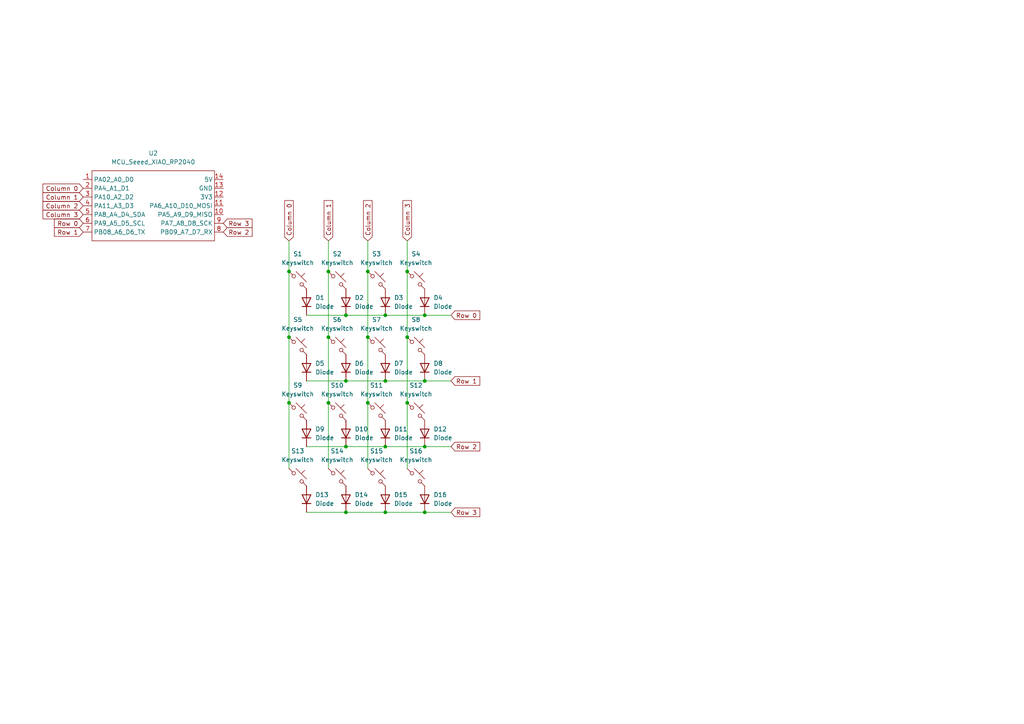
<source format=kicad_sch>
(kicad_sch (version 20231120) (generator "eeschema") (generator_version "8.0")
  (paper "A4")
  (lib_symbols
    (symbol "ScottoKeebs:MCU_Seeed_XIAO_RP2040"
      (property "Reference" "U" (at -16.51 11.43 0))
      (property "Value" "MCU_Seeed_XIAO_RP2040" (at -3.81 -11.43 0))
      (symbol "MCU_Seeed_XIAO_RP2040_0_1"
        (rectangle (start -16.51 10.16) (end 19.05 -10.16))
      )
      (symbol "MCU_Seeed_XIAO_RP2040_1_1"
        (pin passive line (at -19.05 7.62 0) (length 2.54) (name "PA02_A0_D0") (number "1"))
        (pin passive line (at 21.59 -2.54 180) (length 2.54) (name "PA5_A9_D9_MISO") (number "10"))
        (pin passive line (at 21.59 0 180) (length 2.54) (name "PA6_A10_D10_MOSI") (number "11"))
        (pin passive line (at 21.59 2.54 180) (length 2.54) (name "3V3") (number "12"))
        (pin passive line (at 21.59 5.08 180) (length 2.54) (name "GND") (number "13"))
        (pin passive line (at 21.59 7.62 180) (length 2.54) (name "5V") (number "14"))
        (pin passive line (at -19.05 5.08 0) (length 2.54) (name "PA4_A1_D1") (number "2"))
        (pin passive line (at -19.05 2.54 0) (length 2.54) (name "PA10_A2_D2") (number "3"))
        (pin passive line (at -19.05 0 0) (length 2.54) (name "PA11_A3_D3") (number "4"))
        (pin passive line (at -19.05 -2.54 0) (length 2.54) (name "PA8_A4_D4_SDA") (number "5"))
        (pin passive line (at -19.05 -5.08 0) (length 2.54) (name "PA9_A5_D5_SCL") (number "6"))
        (pin passive line (at -19.05 -7.62 0) (length 2.54) (name "PB08_A6_D6_TX") (number "7"))
        (pin passive line (at 21.59 -7.62 180) (length 2.54) (name "PB09_A7_D7_RX") (number "8"))
        (pin passive line (at 21.59 -5.08 180) (length 2.54) (name "PA7_A8_D8_SCK") (number "9"))
      )
    )
    (symbol "ScottoKeebs:Placeholder_Diode" (pin_numbers hide) (pin_names hide)
      (property "Reference" "D" (at 0 2.54 0))
      (property "Value" "Diode" (at 0 -2.54 0))
      (symbol "Placeholder_Diode_0_1"
        (polyline (pts (xy -1.27 1.27) (xy -1.27 -1.27)) (stroke (width 0.254)))
        (polyline (pts (xy 1.27 0) (xy -1.27 0)))
        (polyline (pts (xy 1.27 1.27) (xy 1.27 -1.27) (xy -1.27 0) (xy 1.27 1.27)) (stroke (width 0.254)))
      )
      (symbol "Placeholder_Diode_1_1"
        (pin passive line (at -3.81 0 0) (length 2.54) (name "K") (number "1"))
        (pin passive line (at 3.81 0 180) (length 2.54) (name "A") (number "2"))
      )
    )
    (symbol "ScottoKeebs:Placeholder_Keyswitch" (pin_numbers hide) (pin_names (offset 1.016) hide)
      (property "Reference" "S" (at 3.048 1.016 0))
      (property "Value" "Keyswitch" (at 0 -3.81 0))
      (symbol "Placeholder_Keyswitch_0_1"
        (circle (center -1.1684 1.1684) (radius 0.508))
        (polyline (pts (xy -0.508 2.54) (xy 2.54 -0.508)))
        (polyline (pts (xy 1.016 1.016) (xy 2.032 2.032)))
        (polyline (pts (xy -2.54 2.54) (xy -1.524 1.524) (xy -1.524 1.524)))
        (polyline (pts (xy 1.524 -1.524) (xy 2.54 -2.54) (xy 2.54 -2.54) (xy 2.54 -2.54)))
        (circle (center 1.143 -1.1938) (radius 0.508))
        (pin passive line (at -2.54 2.54 0) (length 0) (name "1") (number "1"))
        (pin passive line (at 2.54 -2.54 180) (length 0) (name "2") (number "2"))
      )
    )
  )
  (junction (at 83.82 116.84))
  (junction (at 83.82 97.79))
  (junction (at 111.76 91.44))
  (junction (at 123.19 148.59))
  (junction (at 100.33 91.44))
  (junction (at 95.25 97.79))
  (junction (at 100.33 148.59))
  (junction (at 111.76 148.59))
  (junction (at 123.19 110.49))
  (junction (at 100.33 129.54))
  (junction (at 106.68 97.79))
  (junction (at 95.25 116.84))
  (junction (at 118.11 78.74))
  (junction (at 123.19 129.54))
  (junction (at 106.68 116.84))
  (junction (at 100.33 110.49))
  (junction (at 111.76 129.54))
  (junction (at 118.11 116.84))
  (junction (at 95.25 78.74))
  (junction (at 118.11 97.79))
  (junction (at 106.68 78.74))
  (junction (at 111.76 110.49))
  (junction (at 83.82 78.74))
  (junction (at 123.19 91.44))
  (wire (pts (xy 95.25 97.79) (xy 95.25 116.84)))
  (wire (pts (xy 83.82 116.84) (xy 83.82 135.89)))
  (wire (pts (xy 95.25 69.85) (xy 95.25 78.74)))
  (wire (pts (xy 106.68 97.79) (xy 106.68 116.84)))
  (wire (pts (xy 130.81 148.59) (xy 123.19 148.59)))
  (wire (pts (xy 88.9 91.44) (xy 100.33 91.44)))
  (wire (pts (xy 111.76 129.54) (xy 123.19 129.54)))
  (wire (pts (xy 88.9 148.59) (xy 100.33 148.59)))
  (wire (pts (xy 106.68 69.85) (xy 106.68 78.74)))
  (wire (pts (xy 118.11 78.74) (xy 118.11 97.79)))
  (wire (pts (xy 100.33 129.54) (xy 111.76 129.54)))
  (wire (pts (xy 111.76 91.44) (xy 123.19 91.44)))
  (wire (pts (xy 106.68 116.84) (xy 106.68 135.89)))
  (wire (pts (xy 118.11 116.84) (xy 118.11 135.89)))
  (wire (pts (xy 95.25 116.84) (xy 95.25 135.89)))
  (wire (pts (xy 100.33 91.44) (xy 111.76 91.44)))
  (wire (pts (xy 106.68 78.74) (xy 106.68 97.79)))
  (wire (pts (xy 118.11 97.79) (xy 118.11 116.84)))
  (wire (pts (xy 100.33 110.49) (xy 111.76 110.49)))
  (wire (pts (xy 95.25 78.74) (xy 95.25 97.79)))
  (wire (pts (xy 130.81 110.49) (xy 123.19 110.49)))
  (wire (pts (xy 130.81 129.54) (xy 123.19 129.54)))
  (wire (pts (xy 83.82 69.85) (xy 83.82 78.74)))
  (wire (pts (xy 118.11 69.85) (xy 118.11 78.74)))
  (wire (pts (xy 111.76 110.49) (xy 123.19 110.49)))
  (wire (pts (xy 88.9 110.49) (xy 100.33 110.49)))
  (wire (pts (xy 100.33 148.59) (xy 111.76 148.59)))
  (wire (pts (xy 111.76 148.59) (xy 123.19 148.59)))
  (wire (pts (xy 88.9 129.54) (xy 100.33 129.54)))
  (wire (pts (xy 123.19 91.44) (xy 130.81 91.44)))
  (wire (pts (xy 83.82 97.79) (xy 83.82 116.84)))
  (wire (pts (xy 83.82 78.74) (xy 83.82 97.79)))
  (global_label "Row 2" (shape input) (at 130.81 129.54 0) (property "Intersheetrefs" "${INTERSHEET_REFS}" (effects (hide yes))))
  (global_label "Column 2" (shape input) (at 106.68 69.85 90) (property "Intersheetrefs" "${INTERSHEET_REFS}" (effects (hide yes))))
  (global_label "Row 3" (shape input) (at 64.77 64.77 0) (property "Intersheetrefs" "${INTERSHEET_REFS}" (effects (hide yes))))
  (global_label "Column 0" (shape input) (at 83.82 69.85 90) (property "Intersheetrefs" "${INTERSHEET_REFS}" (effects (hide yes))))
  (global_label "Column 1" (shape input) (at 24.13 57.15 180) (property "Intersheetrefs" "${INTERSHEET_REFS}" (effects (hide yes))))
  (global_label "Row 0" (shape input) (at 130.81 91.44 0) (property "Intersheetrefs" "${INTERSHEET_REFS}" (effects (hide yes))))
  (global_label "Column 0" (shape input) (at 24.13 54.61 180) (property "Intersheetrefs" "${INTERSHEET_REFS}" (effects (hide yes))))
  (global_label "Column 1" (shape input) (at 95.25 69.85 90) (property "Intersheetrefs" "${INTERSHEET_REFS}" (effects (hide yes))))
  (global_label "Column 3" (shape input) (at 118.11 69.85 90) (property "Intersheetrefs" "${INTERSHEET_REFS}" (effects (hide yes))))
  (global_label "Row 1" (shape input) (at 130.81 110.49 0) (property "Intersheetrefs" "${INTERSHEET_REFS}" (effects (hide yes))))
  (global_label "Row 3" (shape input) (at 130.81 148.59 0) (property "Intersheetrefs" "${INTERSHEET_REFS}" (effects (hide yes))))
  (global_label "Row 0" (shape input) (at 24.13 64.77 180) (property "Intersheetrefs" "${INTERSHEET_REFS}" (effects (hide yes))))
  (global_label "Column 2" (shape input) (at 24.13 59.69 180) (property "Intersheetrefs" "${INTERSHEET_REFS}" (effects (hide yes))))
  (global_label "Row 1" (shape input) (at 24.13 67.31 180) (property "Intersheetrefs" "${INTERSHEET_REFS}" (effects (hide yes))))
  (global_label "Row 2" (shape input) (at 64.77 67.31 0) (property "Intersheetrefs" "${INTERSHEET_REFS}" (effects (hide yes))))
  (global_label "Column 3" (shape input) (at 24.13 62.23 180) (property "Intersheetrefs" "${INTERSHEET_REFS}" (effects (hide yes))))
  (symbol (lib_id "ScottoKeebs:Placeholder_Keyswitch") (at 120.65 119.38 0) (unit 1)
    (property "Reference" "S12" (at 120.65 111.76 0))
    (property "Value" "Keyswitch" (at 120.65 114.3 0))
    (property "Footprint" "ScottoKeebs_MX:MX_PCB_1.00u" (effects (hide yes)))
    (property "Description" "Push button switch, normally open, two pins, 45° tilted" (effects (hide yes)))
  )
  (symbol (lib_id "ScottoKeebs:Placeholder_Diode") (at 88.9 106.68 90) (unit 1)
    (property "Reference" "D5" (at 91.44 105.4099 90) (effects (justify right)))
    (property "Value" "Diode" (at 91.44 107.9499 90) (effects (justify right)))
    (property "Footprint" "ScottoKeebs_Components:Diode_DO-35" (effects (hide yes)))
    (property "Description" "1N4148 (DO-35) or 1N4148W (SOD-123)" (effects (hide yes)))
    (property "Sim.Device" "D" (effects (hide yes)))
    (property "Sim.Pins" "1=K 2=A" (effects (hide yes)))
  )
  (symbol (lib_id "ScottoKeebs:Placeholder_Keyswitch") (at 109.22 100.33 0) (unit 1)
    (property "Reference" "S7" (at 109.22 92.71 0))
    (property "Value" "Keyswitch" (at 109.22 95.25 0))
    (property "Footprint" "ScottoKeebs_MX:MX_PCB_1.00u" (effects (hide yes)))
    (property "Description" "Push button switch, normally open, two pins, 45° tilted" (effects (hide yes)))
  )
  (symbol (lib_id "ScottoKeebs:Placeholder_Diode") (at 88.9 87.63 90) (unit 1)
    (property "Reference" "D1" (at 91.44 86.3599 90) (effects (justify right)))
    (property "Value" "Diode" (at 91.44 88.8999 90) (effects (justify right)))
    (property "Footprint" "ScottoKeebs_Components:Diode_DO-35" (effects (hide yes)))
    (property "Description" "1N4148 (DO-35) or 1N4148W (SOD-123)" (effects (hide yes)))
    (property "Sim.Device" "D" (effects (hide yes)))
    (property "Sim.Pins" "1=K 2=A" (effects (hide yes)))
  )
  (symbol (lib_id "ScottoKeebs:Placeholder_Keyswitch") (at 97.79 100.33 0) (unit 1)
    (property "Reference" "S6" (at 97.79 92.71 0))
    (property "Value" "Keyswitch" (at 97.79 95.25 0))
    (property "Footprint" "ScottoKeebs_MX:MX_PCB_1.00u" (effects (hide yes)))
    (property "Description" "Push button switch, normally open, two pins, 45° tilted" (effects (hide yes)))
  )
  (symbol (lib_id "ScottoKeebs:Placeholder_Keyswitch") (at 120.65 81.28 0) (unit 1)
    (property "Reference" "S4" (at 120.65 73.66 0))
    (property "Value" "Keyswitch" (at 120.65 76.2 0))
    (property "Footprint" "ScottoKeebs_MX:MX_PCB_1.00u" (effects (hide yes)))
    (property "Description" "Push button switch, normally open, two pins, 45° tilted" (effects (hide yes)))
  )
  (symbol (lib_id "ScottoKeebs:Placeholder_Diode") (at 100.33 106.68 90) (unit 1)
    (property "Reference" "D6" (at 102.87 105.4099 90) (effects (justify right)))
    (property "Value" "Diode" (at 102.87 107.9499 90) (effects (justify right)))
    (property "Footprint" "ScottoKeebs_Components:Diode_DO-35" (effects (hide yes)))
    (property "Description" "1N4148 (DO-35) or 1N4148W (SOD-123)" (effects (hide yes)))
    (property "Sim.Device" "D" (effects (hide yes)))
    (property "Sim.Pins" "1=K 2=A" (effects (hide yes)))
  )
  (symbol (lib_id "ScottoKeebs:Placeholder_Diode") (at 111.76 106.68 90) (unit 1)
    (property "Reference" "D7" (at 114.3 105.4099 90) (effects (justify right)))
    (property "Value" "Diode" (at 114.3 107.9499 90) (effects (justify right)))
    (property "Footprint" "ScottoKeebs_Components:Diode_DO-35" (effects (hide yes)))
    (property "Description" "1N4148 (DO-35) or 1N4148W (SOD-123)" (effects (hide yes)))
    (property "Sim.Device" "D" (effects (hide yes)))
    (property "Sim.Pins" "1=K 2=A" (effects (hide yes)))
  )
  (symbol (lib_id "ScottoKeebs:Placeholder_Diode") (at 111.76 125.73 90) (unit 1)
    (property "Reference" "D11" (at 114.3 124.4599 90) (effects (justify right)))
    (property "Value" "Diode" (at 114.3 126.9999 90) (effects (justify right)))
    (property "Footprint" "ScottoKeebs_Components:Diode_DO-35" (effects (hide yes)))
    (property "Description" "1N4148 (DO-35) or 1N4148W (SOD-123)" (effects (hide yes)))
    (property "Sim.Device" "D" (effects (hide yes)))
    (property "Sim.Pins" "1=K 2=A" (effects (hide yes)))
  )
  (symbol (lib_id "ScottoKeebs:Placeholder_Keyswitch") (at 109.22 81.28 0) (unit 1)
    (property "Reference" "S3" (at 109.22 73.66 0))
    (property "Value" "Keyswitch" (at 109.22 76.2 0))
    (property "Footprint" "ScottoKeebs_MX:MX_PCB_1.00u" (effects (hide yes)))
    (property "Description" "Push button switch, normally open, two pins, 45° tilted" (effects (hide yes)))
  )
  (symbol (lib_id "ScottoKeebs:Placeholder_Diode") (at 88.9 125.73 90) (unit 1)
    (property "Reference" "D9" (at 91.44 124.4599 90) (effects (justify right)))
    (property "Value" "Diode" (at 91.44 126.9999 90) (effects (justify right)))
    (property "Footprint" "ScottoKeebs_Components:Diode_DO-35" (effects (hide yes)))
    (property "Description" "1N4148 (DO-35) or 1N4148W (SOD-123)" (effects (hide yes)))
    (property "Sim.Device" "D" (effects (hide yes)))
    (property "Sim.Pins" "1=K 2=A" (effects (hide yes)))
  )
  (symbol (lib_id "ScottoKeebs:Placeholder_Keyswitch") (at 97.79 119.38 0) (unit 1)
    (property "Reference" "S10" (at 97.79 111.76 0))
    (property "Value" "Keyswitch" (at 97.79 114.3 0))
    (property "Footprint" "ScottoKeebs_MX:MX_PCB_1.00u" (effects (hide yes)))
    (property "Description" "Push button switch, normally open, two pins, 45° tilted" (effects (hide yes)))
  )
  (symbol (lib_id "ScottoKeebs:Placeholder_Diode") (at 111.76 87.63 90) (unit 1)
    (property "Reference" "D3" (at 114.3 86.3599 90) (effects (justify right)))
    (property "Value" "Diode" (at 114.3 88.8999 90) (effects (justify right)))
    (property "Footprint" "ScottoKeebs_Components:Diode_DO-35" (effects (hide yes)))
    (property "Description" "1N4148 (DO-35) or 1N4148W (SOD-123)" (effects (hide yes)))
    (property "Sim.Device" "D" (effects (hide yes)))
    (property "Sim.Pins" "1=K 2=A" (effects (hide yes)))
  )
  (symbol (lib_id "ScottoKeebs:Placeholder_Keyswitch") (at 109.22 138.43 0) (unit 1)
    (property "Reference" "S15" (at 109.22 130.81 0))
    (property "Value" "Keyswitch" (at 109.22 133.35 0))
    (property "Footprint" "ScottoKeebs_MX:MX_PCB_1.00u" (effects (hide yes)))
    (property "Description" "Push button switch, normally open, two pins, 45° tilted" (effects (hide yes)))
  )
  (symbol (lib_id "ScottoKeebs:Placeholder_Diode") (at 100.33 87.63 90) (unit 1)
    (property "Reference" "D2" (at 102.87 86.3599 90) (effects (justify right)))
    (property "Value" "Diode" (at 102.87 88.8999 90) (effects (justify right)))
    (property "Footprint" "ScottoKeebs_Components:Diode_DO-35" (effects (hide yes)))
    (property "Description" "1N4148 (DO-35) or 1N4148W (SOD-123)" (effects (hide yes)))
    (property "Sim.Device" "D" (effects (hide yes)))
    (property "Sim.Pins" "1=K 2=A" (effects (hide yes)))
  )
  (symbol (lib_id "ScottoKeebs:MCU_Seeed_XIAO_RP2040") (at 43.18 59.69 0) (unit 1)
    (property "Reference" "U2" (at 44.45 44.45 0))
    (property "Value" "MCU_Seeed_XIAO_RP2040" (at 44.45 46.99 0))
    (property "Footprint" "ScottoKeebs_MCU:Seeed_XIAO_RP2040" (effects (hide yes)))
  )
  (symbol (lib_id "ScottoKeebs:Placeholder_Diode") (at 100.33 144.78 90) (unit 1)
    (property "Reference" "D14" (at 102.87 143.5099 90) (effects (justify right)))
    (property "Value" "Diode" (at 102.87 146.0499 90) (effects (justify right)))
    (property "Footprint" "ScottoKeebs_Components:Diode_DO-35" (effects (hide yes)))
    (property "Description" "1N4148 (DO-35) or 1N4148W (SOD-123)" (effects (hide yes)))
    (property "Sim.Device" "D" (effects (hide yes)))
    (property "Sim.Pins" "1=K 2=A" (effects (hide yes)))
  )
  (symbol (lib_id "ScottoKeebs:Placeholder_Diode") (at 123.19 87.63 90) (unit 1)
    (property "Reference" "D4" (at 125.73 86.3599 90) (effects (justify right)))
    (property "Value" "Diode" (at 125.73 88.8999 90) (effects (justify right)))
    (property "Footprint" "ScottoKeebs_Components:Diode_DO-35" (effects (hide yes)))
    (property "Description" "1N4148 (DO-35) or 1N4148W (SOD-123)" (effects (hide yes)))
    (property "Sim.Device" "D" (effects (hide yes)))
    (property "Sim.Pins" "1=K 2=A" (effects (hide yes)))
  )
  (symbol (lib_id "ScottoKeebs:Placeholder_Diode") (at 111.76 144.78 90) (unit 1)
    (property "Reference" "D15" (at 114.3 143.5099 90) (effects (justify right)))
    (property "Value" "Diode" (at 114.3 146.0499 90) (effects (justify right)))
    (property "Footprint" "ScottoKeebs_Components:Diode_DO-35" (effects (hide yes)))
    (property "Description" "1N4148 (DO-35) or 1N4148W (SOD-123)" (effects (hide yes)))
    (property "Sim.Device" "D" (effects (hide yes)))
    (property "Sim.Pins" "1=K 2=A" (effects (hide yes)))
  )
  (symbol (lib_id "ScottoKeebs:Placeholder_Diode") (at 123.19 106.68 90) (unit 1)
    (property "Reference" "D8" (at 125.73 105.4099 90) (effects (justify right)))
    (property "Value" "Diode" (at 125.73 107.9499 90) (effects (justify right)))
    (property "Footprint" "ScottoKeebs_Components:Diode_DO-35" (effects (hide yes)))
    (property "Description" "1N4148 (DO-35) or 1N4148W (SOD-123)" (effects (hide yes)))
    (property "Sim.Device" "D" (effects (hide yes)))
    (property "Sim.Pins" "1=K 2=A" (effects (hide yes)))
  )
  (symbol (lib_id "ScottoKeebs:Placeholder_Diode") (at 123.19 125.73 90) (unit 1)
    (property "Reference" "D12" (at 125.73 124.4599 90) (effects (justify right)))
    (property "Value" "Diode" (at 125.73 126.9999 90) (effects (justify right)))
    (property "Footprint" "ScottoKeebs_Components:Diode_DO-35" (effects (hide yes)))
    (property "Description" "1N4148 (DO-35) or 1N4148W (SOD-123)" (effects (hide yes)))
    (property "Sim.Device" "D" (effects (hide yes)))
    (property "Sim.Pins" "1=K 2=A" (effects (hide yes)))
  )
  (symbol (lib_id "ScottoKeebs:Placeholder_Keyswitch") (at 86.36 81.28 0) (unit 1)
    (property "Reference" "S1" (at 86.36 73.66 0))
    (property "Value" "Keyswitch" (at 86.36 76.2 0))
    (property "Footprint" "ScottoKeebs_MX:MX_PCB_1.00u" (effects (hide yes)))
    (property "Description" "Push button switch, normally open, two pins, 45° tilted" (effects (hide yes)))
  )
  (symbol (lib_id "ScottoKeebs:Placeholder_Diode") (at 88.9 144.78 90) (unit 1)
    (property "Reference" "D13" (at 91.44 143.5099 90) (effects (justify right)))
    (property "Value" "Diode" (at 91.44 146.0499 90) (effects (justify right)))
    (property "Footprint" "ScottoKeebs_Components:Diode_DO-35" (effects (hide yes)))
    (property "Description" "1N4148 (DO-35) or 1N4148W (SOD-123)" (effects (hide yes)))
    (property "Sim.Device" "D" (effects (hide yes)))
    (property "Sim.Pins" "1=K 2=A" (effects (hide yes)))
  )
  (symbol (lib_id "ScottoKeebs:Placeholder_Keyswitch") (at 120.65 138.43 0) (unit 1)
    (property "Reference" "S16" (at 120.65 130.81 0))
    (property "Value" "Keyswitch" (at 120.65 133.35 0))
    (property "Footprint" "ScottoKeebs_MX:MX_PCB_1.00u" (effects (hide yes)))
    (property "Description" "Push button switch, normally open, two pins, 45° tilted" (effects (hide yes)))
  )
  (symbol (lib_id "ScottoKeebs:Placeholder_Keyswitch") (at 120.65 100.33 0) (unit 1)
    (property "Reference" "S8" (at 120.65 92.71 0))
    (property "Value" "Keyswitch" (at 120.65 95.25 0))
    (property "Footprint" "ScottoKeebs_MX:MX_PCB_1.00u" (effects (hide yes)))
    (property "Description" "Push button switch, normally open, two pins, 45° tilted" (effects (hide yes)))
  )
  (symbol (lib_id "ScottoKeebs:Placeholder_Keyswitch") (at 86.36 119.38 0) (unit 1)
    (property "Reference" "S9" (at 86.36 111.76 0))
    (property "Value" "Keyswitch" (at 86.36 114.3 0))
    (property "Footprint" "ScottoKeebs_MX:MX_PCB_1.00u" (effects (hide yes)))
    (property "Description" "Push button switch, normally open, two pins, 45° tilted" (effects (hide yes)))
  )
  (symbol (lib_id "ScottoKeebs:Placeholder_Diode") (at 123.19 144.78 90) (unit 1)
    (property "Reference" "D16" (at 125.73 143.5099 90) (effects (justify right)))
    (property "Value" "Diode" (at 125.73 146.0499 90) (effects (justify right)))
    (property "Footprint" "ScottoKeebs_Components:Diode_DO-35" (effects (hide yes)))
    (property "Description" "1N4148 (DO-35) or 1N4148W (SOD-123)" (effects (hide yes)))
    (property "Sim.Device" "D" (effects (hide yes)))
    (property "Sim.Pins" "1=K 2=A" (effects (hide yes)))
  )
  (symbol (lib_id "ScottoKeebs:Placeholder_Keyswitch") (at 97.79 138.43 0) (unit 1)
    (property "Reference" "S14" (at 97.79 130.81 0))
    (property "Value" "Keyswitch" (at 97.79 133.35 0))
    (property "Footprint" "ScottoKeebs_MX:MX_PCB_1.00u" (effects (hide yes)))
    (property "Description" "Push button switch, normally open, two pins, 45° tilted" (effects (hide yes)))
  )
  (symbol (lib_id "ScottoKeebs:Placeholder_Keyswitch") (at 97.79 81.28 0) (unit 1)
    (property "Reference" "S2" (at 97.79 73.66 0))
    (property "Value" "Keyswitch" (at 97.79 76.2 0))
    (property "Footprint" "ScottoKeebs_MX:MX_PCB_1.00u" (effects (hide yes)))
    (property "Description" "Push button switch, normally open, two pins, 45° tilted" (effects (hide yes)))
  )
  (symbol (lib_id "ScottoKeebs:Placeholder_Keyswitch") (at 109.22 119.38 0) (unit 1)
    (property "Reference" "S11" (at 109.22 111.76 0))
    (property "Value" "Keyswitch" (at 109.22 114.3 0))
    (property "Footprint" "ScottoKeebs_MX:MX_PCB_1.00u" (effects (hide yes)))
    (property "Description" "Push button switch, normally open, two pins, 45° tilted" (effects (hide yes)))
  )
  (symbol (lib_id "ScottoKeebs:Placeholder_Keyswitch") (at 86.36 100.33 0) (unit 1)
    (property "Reference" "S5" (at 86.36 92.71 0))
    (property "Value" "Keyswitch" (at 86.36 95.25 0))
    (property "Footprint" "ScottoKeebs_MX:MX_PCB_1.00u" (effects (hide yes)))
    (property "Description" "Push button switch, normally open, two pins, 45° tilted" (effects (hide yes)))
  )
  (symbol (lib_id "ScottoKeebs:Placeholder_Diode") (at 100.33 125.73 90) (unit 1)
    (property "Reference" "D10" (at 102.87 124.4599 90) (effects (justify right)))
    (property "Value" "Diode" (at 102.87 126.9999 90) (effects (justify right)))
    (property "Footprint" "ScottoKeebs_Components:Diode_DO-35" (effects (hide yes)))
    (property "Description" "1N4148 (DO-35) or 1N4148W (SOD-123)" (effects (hide yes)))
    (property "Sim.Device" "D" (effects (hide yes)))
    (property "Sim.Pins" "1=K 2=A" (effects (hide yes)))
  )
  (symbol (lib_id "ScottoKeebs:Placeholder_Keyswitch") (at 86.36 138.43 0) (unit 1)
    (property "Reference" "S13" (at 86.36 130.81 0))
    (property "Value" "Keyswitch" (at 86.36 133.35 0))
    (property "Footprint" "ScottoKeebs_MX:MX_PCB_1.00u" (effects (hide yes)))
    (property "Description" "Push button switch, normally open, two pins, 45° tilted" (effects (hide yes)))
  )
)
</source>
